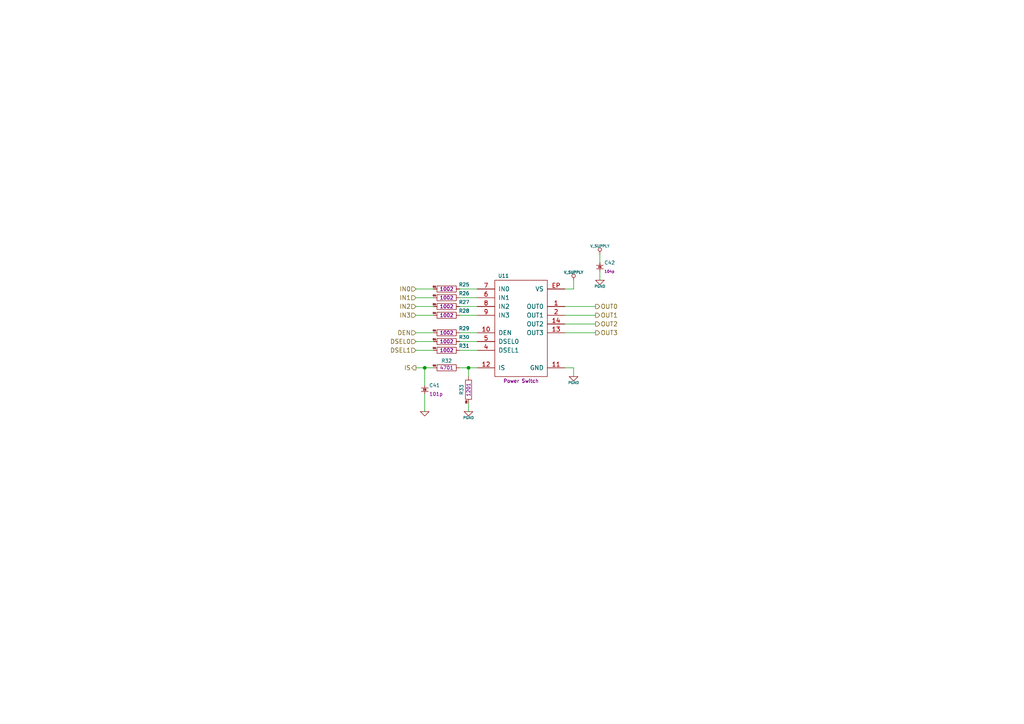
<source format=kicad_sch>
(kicad_sch (version 20231120) (generator "eeschema") (generator_version "8.0")
  (paper "A4")
  (lib_symbols
    (symbol "0603B101K500_1" (pin_numbers hide) (pin_names (offset 1.016) hide)
      (property "Reference" "C" (at 1.27 1.27 0))
      (property "#Value" "101p" (at 1.27 -1.27 0))
      (symbol "0603B101K500_1_0_0"
        (text "06" (at 0 0 0) (effects (font (size 0.508 0.508))))
      )
      (symbol "0603B101K500_1_0_1"
        (polyline (pts (xy -1.016 -0.508) (xy 1.016 -0.508)))
        (polyline (pts (xy -1.016 0.508) (xy 1.016 0.508)))
        (polyline (pts (xy 0 1.27) (xy 0 0.635) (xy 0 0.635)))
      )
      (symbol "0603B101K500_1_1_1"
        (pin passive line (at 0 -1.27 90) (length 0.762) (name "~") (number "1"))
        (pin passive line (at 0 1.27 270) (length 0.762) (name "~") (number "2"))
      )
    )
    (symbol "Capacitor_MLCC:0603B104K500" (pin_numbers hide) (pin_names (offset 1.016) hide)
      (property "Reference" "C" (at 1.27 1.27 0))
      (property "#Value" "104p" (at 1.27 -1.27 0))
      (symbol "0603B104K500_0_0"
        (text "06" (at 0 0 0) (effects (font (size 0.508 0.508))))
      )
      (symbol "0603B104K500_0_1"
        (polyline (pts (xy -1.016 -0.508) (xy 1.016 -0.508)))
        (polyline (pts (xy -1.016 0.508) (xy 1.016 0.508)))
        (polyline (pts (xy 0 1.27) (xy 0 0.635) (xy 0 0.635)))
      )
      (symbol "0603B104K500_1_1"
        (pin passive line (at 0 -1.27 90) (length 0.762) (name "~") (number "1"))
        (pin passive line (at 0 1.27 270) (length 0.762) (name "~") (number "2"))
      )
    )
    (symbol "Power_Switch:BTS5200-4EKA" (pin_names (offset 1.016))
      (property "Reference" "U" (at -5.08 30.48 0))
      (property "#Value" "Power Switch" (at 0 0 0))
      (symbol "BTS5200-4EKA_0_1"
        (rectangle (start -7.62 29.21) (end 7.62 1.27))
      )
      (symbol "BTS5200-4EKA_1_1"
        (pin power_out line (at 12.7 21.59 180) (length 5.08) (name "OUT0") (number "1"))
        (pin input line (at -12.7 13.97 0) (length 5.08) (name "DEN") (number "10"))
        (pin power_in line (at 12.7 3.81 180) (length 5.08) (name "GND") (number "11"))
        (pin output line (at -12.7 3.81 0) (length 5.08) (name "IS") (number "12"))
        (pin output line (at 12.7 13.97 180) (length 5.08) (name "OUT3") (number "13"))
        (pin output line (at 12.7 16.51 180) (length 5.08) (name "OUT2") (number "14"))
        (pin power_out line (at 12.7 19.05 180) (length 5.08) (name "OUT1") (number "2"))
        (pin input line (at -12.7 8.89 0) (length 5.08) (name "DSEL1") (number "4"))
        (pin input line (at -12.7 11.43 0) (length 5.08) (name "DSEL0") (number "5"))
        (pin input line (at -12.7 24.13 0) (length 5.08) (name "IN1") (number "6"))
        (pin input line (at -12.7 26.67 0) (length 5.08) (name "IN0") (number "7"))
        (pin input line (at -12.7 21.59 0) (length 5.08) (name "IN2") (number "8"))
        (pin input line (at -12.7 19.05 0) (length 5.08) (name "IN3") (number "9"))
        (pin power_in line (at 12.7 26.67 180) (length 5.08) (name "VS") (number "EP"))
      )
    )
    (symbol "Resistor:WR06X1002FTL" (pin_numbers hide) (pin_names (offset 0.0254))
      (property "Reference" "R" (at 0 2.032 0))
      (property "#Value" "1002" (at 0 0 0))
      (symbol "WR06X1002FTL_0_0"
        (text "06" (at -3.556 0.635 0) (effects (font (size 0.508 0.508))))
      )
      (symbol "WR06X1002FTL_0_1"
        (rectangle (start -2.794 -0.889) (end 2.794 0.889))
      )
      (symbol "WR06X1002FTL_1_1"
        (pin passive line (at -3.81 0 0) (length 1.016) (name "~") (number "1"))
        (pin passive line (at 3.81 0 180) (length 1.016) (name "~") (number "2"))
      )
    )
    (symbol "Resistor:WR06X1201FTL" (pin_numbers hide) (pin_names (offset 0.0254))
      (property "Reference" "R" (at 0 2.032 0))
      (property "#Value" "1201" (at 0 0 0))
      (symbol "WR06X1201FTL_0_0"
        (text "06" (at -3.556 0.635 0) (effects (font (size 0.508 0.508))))
      )
      (symbol "WR06X1201FTL_0_1"
        (rectangle (start -2.794 -0.889) (end 2.794 0.889))
      )
      (symbol "WR06X1201FTL_1_1"
        (pin passive line (at -3.81 0 0) (length 1.016) (name "~") (number "1"))
        (pin passive line (at 3.81 0 180) (length 1.016) (name "~") (number "2"))
      )
    )
    (symbol "Resistor:WR06X4701FTL" (pin_numbers hide) (pin_names (offset 0.0254))
      (property "Reference" "R" (at 0 2.032 0))
      (property "#Value" "4701" (at 0 0 0))
      (symbol "WR06X4701FTL_0_0"
        (text "06" (at -3.556 0.635 0) (effects (font (size 0.508 0.508))))
      )
      (symbol "WR06X4701FTL_0_1"
        (rectangle (start -2.794 -0.889) (end 2.794 0.889))
      )
      (symbol "WR06X4701FTL_1_1"
        (pin passive line (at -3.81 0 0) (length 1.016) (name "~") (number "1"))
        (pin passive line (at 3.81 0 180) (length 1.016) (name "~") (number "2"))
      )
    )
    (symbol "power:GND" (power) (pin_names (offset 0))
      (symbol "GND_0_1"
        (polyline (pts (xy -1.27 0) (xy 0 -1.27) (xy 1.27 0) (xy -1.27 0)))
      )
      (symbol "GND_1_1"
        (pin power_in line (at 0 0 90) (length 0) hide (name "GND") (number "1"))
      )
    )
    (symbol "power:PGND" (power) (pin_names (offset 0))
      (property "Value" "PGND" (at 0 -1.778 0))
      (symbol "PGND_0_1"
        (polyline (pts (xy -1.27 0) (xy 0 -1.27) (xy 1.27 0) (xy -1.27 0)))
      )
      (symbol "PGND_1_1"
        (pin power_in line (at 0 0 90) (length 0) hide (name "PGND") (number "1"))
      )
    )
    (symbol "power:V_SUPPLY" (power) (pin_names (offset 1.016))
      (property "Value" "V_SUPPLY" (at 0 2.286 0))
      (symbol "V_SUPPLY_0_0"
        (pin power_in line (at 0 0 90) (length 0) hide (name "V_SUPPLY") (number "1"))
      )
      (symbol "V_SUPPLY_0_1"
        (polyline (pts (xy 0 0) (xy 0 0.762) (xy 0 0.762) (xy 0 0.762)))
        (circle (center 0 1.27) (radius 0.508))
      )
    )
  )
  (junction (at 135.89 106.68))
  (junction (at 123.19 106.68))
  (wire (pts (xy 133.35 96.52) (xy 138.43 96.52)))
  (wire (pts (xy 123.19 111.76) (xy 123.19 106.68)))
  (wire (pts (xy 135.89 106.68) (xy 135.89 109.22)))
  (wire (pts (xy 163.83 93.98) (xy 172.72 93.98)))
  (wire (pts (xy 133.35 86.36) (xy 138.43 86.36)))
  (wire (pts (xy 120.65 101.6) (xy 125.73 101.6)))
  (wire (pts (xy 133.35 83.82) (xy 138.43 83.82)))
  (wire (pts (xy 120.65 106.68) (xy 123.19 106.68)))
  (wire (pts (xy 133.35 99.06) (xy 138.43 99.06)))
  (wire (pts (xy 173.99 73.66) (xy 173.99 76.2)))
  (wire (pts (xy 123.19 114.3) (xy 123.19 119.38)))
  (wire (pts (xy 166.37 81.28) (xy 166.37 83.82)))
  (wire (pts (xy 123.19 106.68) (xy 125.73 106.68)))
  (wire (pts (xy 173.99 78.74) (xy 173.99 81.28)))
  (wire (pts (xy 135.89 106.68) (xy 138.43 106.68)))
  (wire (pts (xy 133.35 106.68) (xy 135.89 106.68)))
  (wire (pts (xy 133.35 91.44) (xy 138.43 91.44)))
  (wire (pts (xy 135.89 116.84) (xy 135.89 119.38)))
  (wire (pts (xy 163.83 106.68) (xy 166.37 106.68)))
  (wire (pts (xy 120.65 96.52) (xy 125.73 96.52)))
  (wire (pts (xy 163.83 91.44) (xy 172.72 91.44)))
  (wire (pts (xy 120.65 91.44) (xy 125.73 91.44)))
  (wire (pts (xy 163.83 88.9) (xy 172.72 88.9)))
  (wire (pts (xy 166.37 106.68) (xy 166.37 109.22)))
  (wire (pts (xy 133.35 101.6) (xy 138.43 101.6)))
  (wire (pts (xy 163.83 83.82) (xy 166.37 83.82)))
  (wire (pts (xy 120.65 86.36) (xy 125.73 86.36)))
  (wire (pts (xy 120.65 88.9) (xy 125.73 88.9)))
  (wire (pts (xy 120.65 83.82) (xy 125.73 83.82)))
  (wire (pts (xy 120.65 99.06) (xy 125.73 99.06)))
  (wire (pts (xy 163.83 96.52) (xy 172.72 96.52)))
  (wire (pts (xy 133.35 88.9) (xy 138.43 88.9)))
  (hierarchical_label "IN1" (shape input) (at 120.65 86.36 180))
  (hierarchical_label "OUT3" (shape output) (at 172.72 96.52 0))
  (hierarchical_label "DSEL1" (shape input) (at 120.65 101.6 180))
  (hierarchical_label "IN0" (shape input) (at 120.65 83.82 180))
  (hierarchical_label "OUT1" (shape output) (at 172.72 91.44 0))
  (hierarchical_label "IN2" (shape input) (at 120.65 88.9 180))
  (hierarchical_label "IS" (shape output) (at 120.65 106.68 180))
  (hierarchical_label "OUT0" (shape output) (at 172.72 88.9 0))
  (hierarchical_label "DEN" (shape input) (at 120.65 96.52 180))
  (hierarchical_label "DSEL0" (shape input) (at 120.65 99.06 180))
  (hierarchical_label "OUT2" (shape output) (at 172.72 93.98 0))
  (hierarchical_label "IN3" (shape input) (at 120.65 91.44 180))
  (symbol (lib_id "Resistor:WR06X4701FTL") (at 129.54 106.68 0) (unit 1)
    (property "Reference" "R32" (at 129.54 104.648 0) (effects (font (size 1.016 1.016))))
    (property "Value" "WR06X4701FTL" (effects (hide yes)))
    (property "Footprint" "SMR:0603" (effects (hide yes)))
    (property "Description" "4.7 kOhm ±1% 1/10W" (effects (hide yes)))
    (property "Manufacturer" "WALSIN" (effects (hide yes)))
    (property "#Value" "4701" (at 129.54 106.68 0) (effects (font (size 1.016 1.016))))
    (instances (project "Open-PLC-Project" (path "" (reference "R32") (unit 1)) (path "" (reference "R23") (unit 1))))
  )
  (symbol (lib_id "Resistor:WR06X1002FTL") (at 129.54 101.6 0) (unit 1)
    (property "Reference" "R31" (at 134.62 100.33 0) (effects (font (size 1.016 1.016))))
    (property "Value" "WR06X1002FTL" (effects (hide yes)))
    (property "Footprint" "SMR:0603" (effects (hide yes)))
    (property "Description" "10 kOhm 1% 1/10W" (effects (hide yes)))
    (property "Manufacturer" "WALSIN" (effects (hide yes)))
    (property "#Value" "1002" (at 129.54 101.6 0) (effects (font (size 1.016 1.016))))
    (instances (project "Open-PLC-Project" (path "" (reference "R31") (unit 1)) (path "" (reference "R22") (unit 1))))
  )
  (symbol (lib_id "power:PGND") (at 166.37 109.22 0) (unit 1)
    (property "Reference" "#PWR070" (effects (hide yes)))
    (property "Value" "PGND" (at 166.37 110.998 0) (effects (font (size 0.762 0.762))))
    (instances (project "Open-PLC-Project" (path "" (reference "#PWR070") (unit 1)) (path "" (reference "#PWR064") (unit 1))))
  )
  (symbol (lib_id "Resistor:WR06X1002FTL") (at 129.54 96.52 0) (unit 1)
    (property "Reference" "R29" (at 134.62 95.25 0) (effects (font (size 1.016 1.016))))
    (property "Value" "WR06X1002FTL" (effects (hide yes)))
    (property "Footprint" "SMR:0603" (effects (hide yes)))
    (property "Description" "10 kOhm 1% 1/10W" (effects (hide yes)))
    (property "Manufacturer" "WALSIN" (effects (hide yes)))
    (property "#Value" "1002" (at 129.54 96.52 0) (effects (font (size 1.016 1.016))))
    (instances (project "Open-PLC-Project" (path "" (reference "R29") (unit 1)) (path "" (reference "R20") (unit 1))))
  )
  (symbol (lib_id "Capacitor_MLCC:0603B104K500") (at 173.99 77.47 0) (unit 1)
    (property "Reference" "C42" (at 175.26 76.2 0) (effects (font (size 1.016 1.016)) (justify left)))
    (property "Value" "0603B104K500" (effects (hide yes)))
    (property "Footprint" "SMC:0603" (effects (hide yes)))
    (property "Description" "100nF ±10% 50V X7R" (effects (hide yes)))
    (property "Manufacturer" "WALSIN" (effects (hide yes)))
    (property "#Value" "104p" (at 175.26 78.74 0) (effects (font (size 0.762 0.762)) (justify left)))
    (instances (project "Open-PLC-Project" (path "" (reference "C42") (unit 1)) (path "" (reference "C40") (unit 1))))
  )
  (symbol (lib_id "Resistor:WR06X1002FTL") (at 129.54 88.9 0) (unit 1)
    (property "Reference" "R27" (at 134.62 87.63 0) (effects (font (size 1.016 1.016))))
    (property "Value" "WR06X1002FTL" (effects (hide yes)))
    (property "Footprint" "SMR:0603" (effects (hide yes)))
    (property "Description" "10 kOhm 1% 1/10W" (effects (hide yes)))
    (property "Manufacturer" "WALSIN" (effects (hide yes)))
    (property "#Value" "1002" (at 129.54 88.9 0) (effects (font (size 1.016 1.016))))
    (instances (project "Open-PLC-Project" (path "" (reference "R27") (unit 1)) (path "" (reference "R18") (unit 1))))
  )
  (symbol (lib_id "power:GND") (at 123.19 119.38 0) (unit 1)
    (property "Reference" "#PWR067" (effects (hide yes)))
    (property "Value" "GND" (effects (hide yes)))
    (instances (project "Open-PLC-Project" (path "" (reference "#PWR067") (unit 1)) (path "" (reference "#PWR061") (unit 1))))
  )
  (symbol (lib_id "Resistor:WR06X1002FTL") (at 129.54 99.06 0) (unit 1)
    (property "Reference" "R30" (at 134.62 97.79 0) (effects (font (size 1.016 1.016))))
    (property "Value" "WR06X1002FTL" (effects (hide yes)))
    (property "Footprint" "SMR:0603" (effects (hide yes)))
    (property "Description" "10 kOhm 1% 1/10W" (effects (hide yes)))
    (property "Manufacturer" "WALSIN" (effects (hide yes)))
    (property "#Value" "1002" (at 129.54 99.06 0) (effects (font (size 1.016 1.016))))
    (instances (project "Open-PLC-Project" (path "" (reference "R30") (unit 1)) (path "" (reference "R21") (unit 1))))
  )
  (symbol (lib_id "power:V_SUPPLY") (at 173.99 73.66 0) (unit 1)
    (property "Reference" "#PWR071" (effects (hide yes)))
    (property "Value" "V_SUPPLY" (at 173.99 71.374 0) (effects (font (size 0.762 0.762))))
    (instances (project "Open-PLC-Project" (path "" (reference "#PWR071") (unit 1)) (path "" (reference "#PWR065") (unit 1))))
  )
  (symbol (lib_id "power:V_SUPPLY") (at 166.37 81.28 0) (unit 1)
    (property "Reference" "#PWR069" (effects (hide yes)))
    (property "Value" "V_SUPPLY" (at 166.37 78.994 0) (effects (font (size 0.762 0.762))))
    (instances (project "Open-PLC-Project" (path "" (reference "#PWR069") (unit 1)) (path "" (reference "#PWR063") (unit 1))))
  )
  (symbol (lib_id "Resistor:WR06X1002FTL") (at 129.54 83.82 0) (unit 1)
    (property "Reference" "R25" (at 134.62 82.55 0) (effects (font (size 1.016 1.016))))
    (property "Value" "WR06X1002FTL" (effects (hide yes)))
    (property "Footprint" "SMR:0603" (effects (hide yes)))
    (property "Description" "10 kOhm 1% 1/10W" (effects (hide yes)))
    (property "Manufacturer" "WALSIN" (effects (hide yes)))
    (property "#Value" "1002" (at 129.54 83.82 0) (effects (font (size 1.016 1.016))))
    (instances (project "Open-PLC-Project" (path "" (reference "R25") (unit 1)) (path "" (reference "R16") (unit 1))))
  )
  (symbol (lib_id "power:PGND") (at 135.89 119.38 0) (unit 1)
    (property "Reference" "#PWR068" (effects (hide yes)))
    (property "Value" "PGND" (at 135.89 121.158 0) (effects (font (size 0.762 0.762))))
    (instances (project "Open-PLC-Project" (path "" (reference "#PWR068") (unit 1)) (path "" (reference "#PWR062") (unit 1))))
  )
  (symbol (lib_id "Resistor:WR06X1002FTL") (at 129.54 91.44 0) (unit 1)
    (property "Reference" "R28" (at 134.62 90.17 0) (effects (font (size 1.016 1.016))))
    (property "Value" "WR06X1002FTL" (effects (hide yes)))
    (property "Footprint" "SMR:0603" (effects (hide yes)))
    (property "Description" "10 kOhm 1% 1/10W" (effects (hide yes)))
    (property "Manufacturer" "WALSIN" (effects (hide yes)))
    (property "#Value" "1002" (at 129.54 91.44 0) (effects (font (size 1.016 1.016))))
    (instances (project "Open-PLC-Project" (path "" (reference "R28") (unit 1)) (path "" (reference "R19") (unit 1))))
  )
  (symbol (lib_id "Resistor:WR06X1201FTL") (at 135.89 113.03 90) (unit 1)
    (property "Reference" "R33" (at 133.858 113.03 0) (effects (font (size 1.016 1.016))))
    (property "Value" "WR06X1201FTL" (effects (hide yes)))
    (property "Footprint" "SMR:0603" (effects (hide yes)))
    (property "Description" "1.2 kOhm ±1% 1/10W" (effects (hide yes)))
    (property "Manufacturer" "WALSIN" (effects (hide yes)))
    (property "#Value" "1201" (at 135.89 113.03 0) (effects (font (size 1.016 1.016))))
    (instances (project "Open-PLC-Project" (path "" (reference "R33") (unit 1)) (path "" (reference "R24") (unit 1))))
  )
  (symbol (lib_id "Resistor:WR06X1002FTL") (at 129.54 86.36 0) (unit 1)
    (property "Reference" "R26" (at 134.62 85.09 0) (effects (font (size 1.016 1.016))))
    (property "Value" "WR06X1002FTL" (effects (hide yes)))
    (property "Footprint" "SMR:0603" (effects (hide yes)))
    (property "Description" "10 kOhm 1% 1/10W" (effects (hide yes)))
    (property "Manufacturer" "WALSIN" (effects (hide yes)))
    (property "#Value" "1002" (at 129.54 86.36 0) (effects (font (size 1.016 1.016))))
    (instances (project "Open-PLC-Project" (path "" (reference "R26") (unit 1)) (path "" (reference "R17") (unit 1))))
  )
  (symbol (lib_id "Power_Switch:BTS5200-4EKA") (at 151.13 110.49 0) (unit 1)
    (property "Reference" "U11" (at 146.05 80.01 0) (effects (font (size 1.016 1.016))))
    (property "Value" "BTS5200-4EKA" (effects (hide yes)))
    (property "Footprint" "infineon:PG-DSO-14-48-EP" (effects (hide yes)))
    (property "Description" "5V~28V 400mΩ Active High 1A 4 High-side switch DSO-14-EP Power Distribution Switches ROHS" (effects (hide yes)))
    (property "Manufacturer" "Infineon Technologies" (effects (hide yes)))
    (property "#Value" "Power Switch" (at 151.13 110.49 0) (effects (font (size 1.016 1.016))))
    (instances (project "Open-PLC-Project" (path "" (reference "U11") (unit 1)) (path "" (reference "U10") (unit 1))))
  )
  (symbol (lib_name "0603B101K500_1") (lib_id "Capacitor_MLCC:0603B101K500") (at 123.19 113.03 0) (unit 1)
    (property "Reference" "C41" (at 124.46 111.76 0) (effects (font (size 1.016 1.016)) (justify left)))
    (property "Value" "0603B101K500" (effects (hide yes)))
    (property "Footprint" "SMC:0603" (effects (hide yes)))
    (property "Description" "100pF 10% 50V X7R" (effects (hide yes)))
    (property "Manufacturer" "WALSIN" (effects (hide yes)))
    (property "#Value" "101p" (at 124.46 114.3 0) (effects (font (size 1.016 1.016)) (justify left)))
    (property "Code" "0" (effects (hide yes)))
    (instances (project "Open-PLC-Project" (path "" (reference "C41") (unit 1)) (path "" (reference "C39") (unit 1))))
  )
  (symbol (lib_id "power:PGND") (at 173.99 81.28 0) (mirror y) (unit 1)
    (property "Reference" "#PWR072" (effects (hide yes)))
    (property "Value" "PGND" (at 173.99 83.058 0) (effects (font (size 0.762 0.762))))
    (instances (project "Open-PLC-Project" (path "" (reference "#PWR072") (unit 1)) (path "" (reference "#PWR066") (unit 1))))
  )
)
</source>
